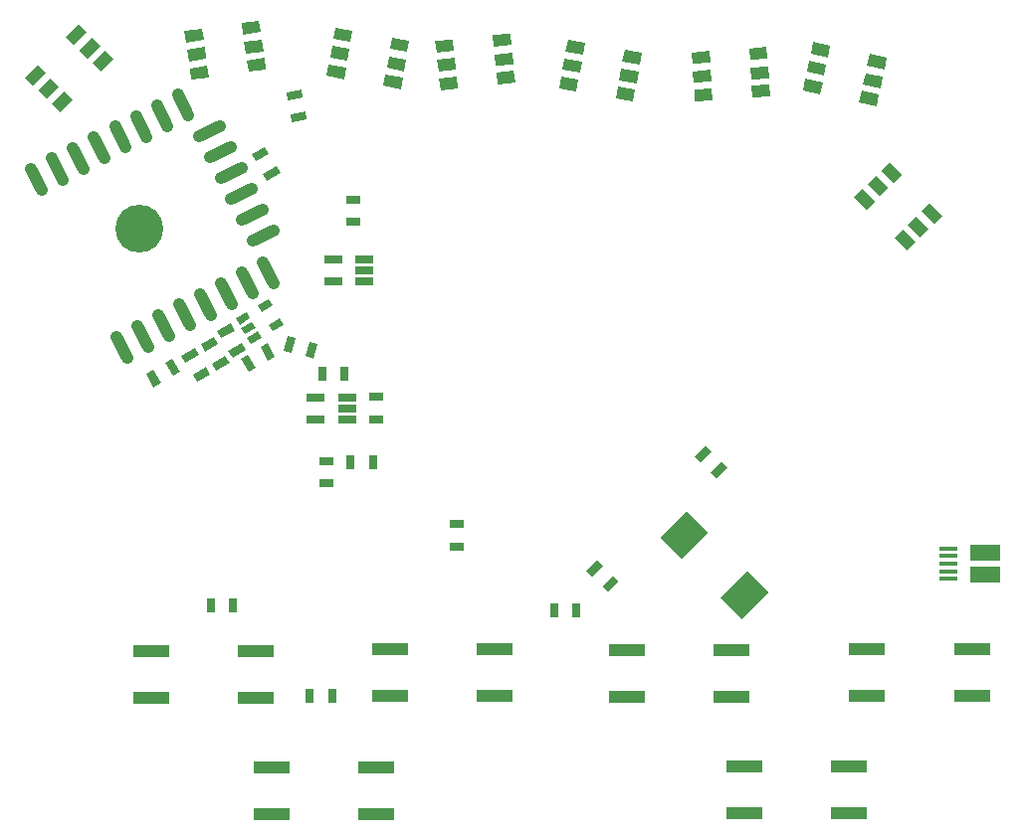
<source format=gtp>
G04 #@! TF.FileFunction,Paste,Top*
%FSLAX46Y46*%
G04 Gerber Fmt 4.6, Leading zero omitted, Abs format (unit mm)*
G04 Created by KiCad (PCBNEW 4.0.2+dfsg1-stable) date Thu 12 Apr 2018 12:39:55 PM EDT*
%MOMM*%
G01*
G04 APERTURE LIST*
%ADD10C,0.100000*%
%ADD11C,4.064000*%
%ADD12R,0.700000X1.300000*%
%ADD13R,1.300000X0.700000*%
%ADD14C,1.000000*%
%ADD15R,1.560000X0.650000*%
%ADD16R,3.100000X1.000000*%
%ADD17R,1.650000X0.400000*%
%ADD18R,2.500000X1.430000*%
G04 APERTURE END LIST*
D10*
D11*
X101080000Y-50100000D03*
D12*
X116590000Y-62410000D03*
X118490000Y-62410000D03*
D10*
G36*
X106287083Y-59919167D02*
X107412917Y-59269167D01*
X107762917Y-59875385D01*
X106637083Y-60525385D01*
X106287083Y-59919167D01*
X106287083Y-59919167D01*
G37*
G36*
X107237083Y-61564615D02*
X108362917Y-60914615D01*
X108712917Y-61520833D01*
X107587083Y-62170833D01*
X107237083Y-61564615D01*
X107237083Y-61564615D01*
G37*
D12*
X119020000Y-70000000D03*
X120920000Y-70000000D03*
D13*
X121170000Y-64400000D03*
X121170000Y-66300000D03*
D10*
G36*
X113032917Y-45340833D02*
X111907083Y-45990833D01*
X111557083Y-45384615D01*
X112682917Y-44734615D01*
X113032917Y-45340833D01*
X113032917Y-45340833D01*
G37*
G36*
X112082917Y-43695385D02*
X110957083Y-44345385D01*
X110607083Y-43739167D01*
X111732917Y-43089167D01*
X112082917Y-43695385D01*
X112082917Y-43695385D01*
G37*
D13*
X119220000Y-49510000D03*
X119220000Y-47610000D03*
D14*
X100012894Y-61041031D02*
X99104914Y-59259017D01*
X101794907Y-60133050D02*
X100886927Y-58351036D01*
X103576921Y-59225069D02*
X102668941Y-57443055D01*
X105358934Y-58317088D02*
X104450954Y-56535074D01*
X107140947Y-57409107D02*
X106232967Y-55627093D01*
X108922960Y-56501126D02*
X108014980Y-54719112D01*
X110704973Y-55593145D02*
X109796993Y-53811131D01*
X112486986Y-54685164D02*
X111579006Y-52903150D01*
X112453038Y-50213157D02*
X110671024Y-51121137D01*
X111545057Y-48431144D02*
X109763043Y-49339124D01*
X110637076Y-46649131D02*
X108855062Y-47557111D01*
X109729095Y-44867117D02*
X107947081Y-45775097D01*
X108821114Y-43085104D02*
X107039100Y-43993084D01*
X107913133Y-41303091D02*
X106131119Y-42211071D01*
X104315158Y-38647045D02*
X105223138Y-40429059D01*
X102533145Y-39555026D02*
X103441125Y-41337040D01*
X100751132Y-40463007D02*
X101659112Y-42245021D01*
X98969119Y-41370988D02*
X99877099Y-43153002D01*
X97187106Y-42278969D02*
X98095086Y-44060983D01*
X95405093Y-43186950D02*
X96313073Y-44968964D01*
X93623079Y-44094931D02*
X94531059Y-45876945D01*
X91841066Y-45002912D02*
X92749046Y-46784926D01*
D10*
G36*
X116203936Y-59868613D02*
X115867472Y-61124316D01*
X115191324Y-60943143D01*
X115527788Y-59687440D01*
X116203936Y-59868613D01*
X116203936Y-59868613D01*
G37*
G36*
X114368676Y-59376857D02*
X114032212Y-60632560D01*
X113356064Y-60451387D01*
X113692528Y-59195684D01*
X114368676Y-59376857D01*
X114368676Y-59376857D01*
G37*
G36*
X115275868Y-40787378D02*
X113995618Y-41013121D01*
X113874064Y-40323756D01*
X115154314Y-40098013D01*
X115275868Y-40787378D01*
X115275868Y-40787378D01*
G37*
G36*
X114945936Y-38916244D02*
X113665686Y-39141987D01*
X113544132Y-38452622D01*
X114824382Y-38226879D01*
X114945936Y-38916244D01*
X114945936Y-38916244D01*
G37*
D12*
X136320000Y-82600000D03*
X138220000Y-82600000D03*
D13*
X116960000Y-69840000D03*
X116960000Y-71740000D03*
X128020000Y-77150000D03*
X128020000Y-75250000D03*
D15*
X118720000Y-66320000D03*
X118720000Y-65370000D03*
X118720000Y-64420000D03*
X116020000Y-64420000D03*
X116020000Y-66320000D03*
X120210000Y-54590000D03*
X120210000Y-53640000D03*
X120210000Y-52690000D03*
X117510000Y-52690000D03*
X117510000Y-54590000D03*
D10*
G36*
X98100559Y-34905076D02*
X98807665Y-35612182D01*
X97747005Y-36672842D01*
X97039899Y-35965736D01*
X98100559Y-34905076D01*
X98100559Y-34905076D01*
G37*
G36*
X97004544Y-33809061D02*
X97711650Y-34516167D01*
X96650990Y-35576827D01*
X95943884Y-34869721D01*
X97004544Y-33809061D01*
X97004544Y-33809061D01*
G37*
G36*
X95837818Y-32642335D02*
X96544924Y-33349441D01*
X95484264Y-34410101D01*
X94777158Y-33702995D01*
X95837818Y-32642335D01*
X95837818Y-32642335D01*
G37*
G36*
X92372995Y-36107158D02*
X93080101Y-36814264D01*
X92019441Y-37874924D01*
X91312335Y-37167818D01*
X92372995Y-36107158D01*
X92372995Y-36107158D01*
G37*
G36*
X93504365Y-37238529D02*
X94211471Y-37945635D01*
X93150811Y-39006295D01*
X92443705Y-38299189D01*
X93504365Y-37238529D01*
X93504365Y-37238529D01*
G37*
G36*
X94635736Y-38369899D02*
X95342842Y-39077005D01*
X94282182Y-40137665D01*
X93575076Y-39430559D01*
X94635736Y-38369899D01*
X94635736Y-38369899D01*
G37*
G36*
X111671949Y-35513941D02*
X111811122Y-36504209D01*
X110325719Y-36712969D01*
X110186546Y-35722701D01*
X111671949Y-35513941D01*
X111671949Y-35513941D01*
G37*
G36*
X111456230Y-33979025D02*
X111595403Y-34969293D01*
X110110000Y-35178053D01*
X109970827Y-34187785D01*
X111456230Y-33979025D01*
X111456230Y-33979025D01*
G37*
G36*
X111226595Y-32345083D02*
X111365768Y-33335351D01*
X109880365Y-33544111D01*
X109741192Y-32553843D01*
X111226595Y-32345083D01*
X111226595Y-32345083D01*
G37*
G36*
X106374281Y-33027031D02*
X106513454Y-34017299D01*
X105028051Y-34226059D01*
X104888878Y-33235791D01*
X106374281Y-33027031D01*
X106374281Y-33027031D01*
G37*
G36*
X106596958Y-34611460D02*
X106736131Y-35601728D01*
X105250728Y-35810488D01*
X105111555Y-34820220D01*
X106596958Y-34611460D01*
X106596958Y-34611460D01*
G37*
G36*
X106819635Y-36195889D02*
X106958808Y-37186157D01*
X105473405Y-37394917D01*
X105334232Y-36404649D01*
X106819635Y-36195889D01*
X106819635Y-36195889D01*
G37*
G36*
X123470372Y-37188962D02*
X123296724Y-38173770D01*
X121819512Y-37913298D01*
X121993160Y-36928490D01*
X123470372Y-37188962D01*
X123470372Y-37188962D01*
G37*
G36*
X123739527Y-35662510D02*
X123565879Y-36647318D01*
X122088667Y-36386846D01*
X122262315Y-35402038D01*
X123739527Y-35662510D01*
X123739527Y-35662510D01*
G37*
G36*
X124026046Y-34037578D02*
X123852398Y-35022386D01*
X122375186Y-34761914D01*
X122548834Y-33777106D01*
X124026046Y-34037578D01*
X124026046Y-34037578D01*
G37*
G36*
X119200488Y-33186702D02*
X119026840Y-34171510D01*
X117549628Y-33911038D01*
X117723276Y-32926230D01*
X119200488Y-33186702D01*
X119200488Y-33186702D01*
G37*
G36*
X118922651Y-34762394D02*
X118749003Y-35747202D01*
X117271791Y-35486730D01*
X117445439Y-34501922D01*
X118922651Y-34762394D01*
X118922651Y-34762394D01*
G37*
G36*
X118644814Y-36338086D02*
X118471166Y-37322894D01*
X116993954Y-37062422D01*
X117167602Y-36077614D01*
X118644814Y-36338086D01*
X118644814Y-36338086D01*
G37*
G36*
X132917451Y-36609483D02*
X133021980Y-37604005D01*
X131530197Y-37760797D01*
X131425668Y-36766275D01*
X132917451Y-36609483D01*
X132917451Y-36609483D01*
G37*
G36*
X132755432Y-35067974D02*
X132859961Y-36062496D01*
X131368178Y-36219288D01*
X131263649Y-35224766D01*
X132755432Y-35067974D01*
X132755432Y-35067974D01*
G37*
G36*
X132582960Y-33427013D02*
X132687489Y-34421535D01*
X131195706Y-34578327D01*
X131091177Y-33583805D01*
X132582960Y-33427013D01*
X132582960Y-33427013D01*
G37*
G36*
X127709803Y-33939203D02*
X127814332Y-34933725D01*
X126322549Y-35090517D01*
X126218020Y-34095995D01*
X127709803Y-33939203D01*
X127709803Y-33939203D01*
G37*
G36*
X127877048Y-35530438D02*
X127981577Y-36524960D01*
X126489794Y-36681752D01*
X126385265Y-35687230D01*
X127877048Y-35530438D01*
X127877048Y-35530438D01*
G37*
G36*
X128044294Y-37121673D02*
X128148823Y-38116195D01*
X126657040Y-38272987D01*
X126552511Y-37278465D01*
X128044294Y-37121673D01*
X128044294Y-37121673D01*
G37*
G36*
X143240372Y-38248962D02*
X143066724Y-39233770D01*
X141589512Y-38973298D01*
X141763160Y-37988490D01*
X143240372Y-38248962D01*
X143240372Y-38248962D01*
G37*
G36*
X143509527Y-36722510D02*
X143335879Y-37707318D01*
X141858667Y-37446846D01*
X142032315Y-36462038D01*
X143509527Y-36722510D01*
X143509527Y-36722510D01*
G37*
G36*
X143796046Y-35097578D02*
X143622398Y-36082386D01*
X142145186Y-35821914D01*
X142318834Y-34837106D01*
X143796046Y-35097578D01*
X143796046Y-35097578D01*
G37*
G36*
X138970488Y-34246702D02*
X138796840Y-35231510D01*
X137319628Y-34971038D01*
X137493276Y-33986230D01*
X138970488Y-34246702D01*
X138970488Y-34246702D01*
G37*
G36*
X138692651Y-35822394D02*
X138519003Y-36807202D01*
X137041791Y-36546730D01*
X137215439Y-35561922D01*
X138692651Y-35822394D01*
X138692651Y-35822394D01*
G37*
G36*
X138414814Y-37398086D02*
X138241166Y-38382894D01*
X136763954Y-38122422D01*
X136937602Y-37137614D01*
X138414814Y-37398086D01*
X138414814Y-37398086D01*
G37*
G36*
X154638937Y-37794100D02*
X154708693Y-38791664D01*
X153212347Y-38896298D01*
X153142591Y-37898734D01*
X154638937Y-37794100D01*
X154638937Y-37794100D01*
G37*
G36*
X154530815Y-36247876D02*
X154600571Y-37245440D01*
X153104225Y-37350074D01*
X153034469Y-36352510D01*
X154530815Y-36247876D01*
X154530815Y-36247876D01*
G37*
G36*
X154415717Y-34601895D02*
X154485473Y-35599459D01*
X152989127Y-35704093D01*
X152919371Y-34706529D01*
X154415717Y-34601895D01*
X154415717Y-34601895D01*
G37*
G36*
X149527653Y-34943702D02*
X149597409Y-35941266D01*
X148101063Y-36045900D01*
X148031307Y-35048336D01*
X149527653Y-34943702D01*
X149527653Y-34943702D01*
G37*
G36*
X149639263Y-36539804D02*
X149709019Y-37537368D01*
X148212673Y-37642002D01*
X148142917Y-36644438D01*
X149639263Y-36539804D01*
X149639263Y-36539804D01*
G37*
G36*
X149750873Y-38135907D02*
X149820629Y-39133471D01*
X148324283Y-39238105D01*
X148254527Y-38240541D01*
X149750873Y-38135907D01*
X149750873Y-38135907D01*
G37*
G36*
X163961370Y-38646280D02*
X163753458Y-39624428D01*
X162286236Y-39312560D01*
X162494148Y-38334412D01*
X163961370Y-38646280D01*
X163961370Y-38646280D01*
G37*
G36*
X164283633Y-37130151D02*
X164075721Y-38108299D01*
X162608499Y-37796431D01*
X162816411Y-36818283D01*
X164283633Y-37130151D01*
X164283633Y-37130151D01*
G37*
G36*
X164626687Y-35516207D02*
X164418775Y-36494355D01*
X162951553Y-36182487D01*
X163159465Y-35204339D01*
X164626687Y-35516207D01*
X164626687Y-35516207D01*
G37*
G36*
X159833764Y-34497440D02*
X159625852Y-35475588D01*
X158158630Y-35163720D01*
X158366542Y-34185572D01*
X159833764Y-34497440D01*
X159833764Y-34497440D01*
G37*
G36*
X159501105Y-36062476D02*
X159293193Y-37040624D01*
X157825971Y-36728756D01*
X158033883Y-35750608D01*
X159501105Y-36062476D01*
X159501105Y-36062476D01*
G37*
G36*
X159168447Y-37627513D02*
X158960535Y-38605661D01*
X157493313Y-38293793D01*
X157701225Y-37315645D01*
X159168447Y-37627513D01*
X159168447Y-37627513D01*
G37*
G36*
X167104924Y-51200559D02*
X166397818Y-51907665D01*
X165337158Y-50847005D01*
X166044264Y-50139899D01*
X167104924Y-51200559D01*
X167104924Y-51200559D01*
G37*
G36*
X168200939Y-50104544D02*
X167493833Y-50811650D01*
X166433173Y-49750990D01*
X167140279Y-49043884D01*
X168200939Y-50104544D01*
X168200939Y-50104544D01*
G37*
G36*
X169367665Y-48937818D02*
X168660559Y-49644924D01*
X167599899Y-48584264D01*
X168307005Y-47877158D01*
X169367665Y-48937818D01*
X169367665Y-48937818D01*
G37*
G36*
X165902842Y-45472995D02*
X165195736Y-46180101D01*
X164135076Y-45119441D01*
X164842182Y-44412335D01*
X165902842Y-45472995D01*
X165902842Y-45472995D01*
G37*
G36*
X164771471Y-46604365D02*
X164064365Y-47311471D01*
X163003705Y-46250811D01*
X163710811Y-45543705D01*
X164771471Y-46604365D01*
X164771471Y-46604365D01*
G37*
G36*
X163640101Y-47735736D02*
X162932995Y-48442842D01*
X161872335Y-47382182D01*
X162579441Y-46675076D01*
X163640101Y-47735736D01*
X163640101Y-47735736D01*
G37*
D16*
X102055000Y-86040000D03*
X102055000Y-90040000D03*
X110965000Y-90040000D03*
X110965000Y-86040000D03*
X112275000Y-95930000D03*
X112275000Y-99930000D03*
X121185000Y-99930000D03*
X121185000Y-95930000D03*
X122335000Y-85870000D03*
X122335000Y-89870000D03*
X131245000Y-89870000D03*
X131245000Y-85870000D03*
X142535000Y-85930000D03*
X142535000Y-89930000D03*
X151445000Y-89930000D03*
X151445000Y-85930000D03*
X162955000Y-85860000D03*
X162955000Y-89860000D03*
X171865000Y-89860000D03*
X171865000Y-85860000D03*
X152515000Y-95840000D03*
X152515000Y-99840000D03*
X161425000Y-99840000D03*
X161425000Y-95840000D03*
D17*
X169860000Y-79900000D03*
X169860000Y-79250000D03*
X169860000Y-78600000D03*
X169860000Y-77950000D03*
X169860000Y-77300000D03*
D18*
X172980000Y-79560000D03*
X172980000Y-77640000D03*
D10*
G36*
X150474974Y-81467716D02*
X152737716Y-79204974D01*
X154576194Y-81043452D01*
X152313452Y-83306194D01*
X150474974Y-81467716D01*
X150474974Y-81467716D01*
G37*
G36*
X145383806Y-76376548D02*
X147646548Y-74113806D01*
X149485026Y-75952284D01*
X147222284Y-78215026D01*
X145383806Y-76376548D01*
X145383806Y-76376548D01*
G37*
G36*
X148281142Y-69450381D02*
X149200381Y-68531142D01*
X149695356Y-69026117D01*
X148776117Y-69945356D01*
X148281142Y-69450381D01*
X148281142Y-69450381D01*
G37*
G36*
X149624644Y-70793883D02*
X150543883Y-69874644D01*
X151038858Y-70369619D01*
X150119619Y-71288858D01*
X149624644Y-70793883D01*
X149624644Y-70793883D01*
G37*
D12*
X107120000Y-82140000D03*
X109020000Y-82140000D03*
X115560000Y-89840000D03*
X117460000Y-89840000D03*
D10*
G36*
X141808858Y-80089619D02*
X140889619Y-81008858D01*
X140394644Y-80513883D01*
X141313883Y-79594644D01*
X141808858Y-80089619D01*
X141808858Y-80089619D01*
G37*
G36*
X140465356Y-78746117D02*
X139546117Y-79665356D01*
X139051142Y-79170381D01*
X139970381Y-78251142D01*
X140465356Y-78746117D01*
X140465356Y-78746117D01*
G37*
G36*
X102259167Y-63572917D02*
X101609167Y-62447083D01*
X102215385Y-62097083D01*
X102865385Y-63222917D01*
X102259167Y-63572917D01*
X102259167Y-63572917D01*
G37*
G36*
X103904615Y-62622917D02*
X103254615Y-61497083D01*
X103860833Y-61147083D01*
X104510833Y-62272917D01*
X103904615Y-62622917D01*
X103904615Y-62622917D01*
G37*
G36*
X110092917Y-60400833D02*
X108967083Y-61050833D01*
X108617083Y-60444615D01*
X109742917Y-59794615D01*
X110092917Y-60400833D01*
X110092917Y-60400833D01*
G37*
G36*
X109142917Y-58755385D02*
X108017083Y-59405385D01*
X107667083Y-58799167D01*
X108792917Y-58149167D01*
X109142917Y-58755385D01*
X109142917Y-58755385D01*
G37*
G36*
X104627083Y-60879167D02*
X105752917Y-60229167D01*
X106102917Y-60835385D01*
X104977083Y-61485385D01*
X104627083Y-60879167D01*
X104627083Y-60879167D01*
G37*
G36*
X105577083Y-62524615D02*
X106702917Y-61874615D01*
X107052917Y-62480833D01*
X105927083Y-63130833D01*
X105577083Y-62524615D01*
X105577083Y-62524615D01*
G37*
G36*
X111940833Y-59827083D02*
X112590833Y-60952917D01*
X111984615Y-61302917D01*
X111334615Y-60177083D01*
X111940833Y-59827083D01*
X111940833Y-59827083D01*
G37*
G36*
X110295385Y-60777083D02*
X110945385Y-61902917D01*
X110339167Y-62252917D01*
X109689167Y-61127083D01*
X110295385Y-60777083D01*
X110295385Y-60777083D01*
G37*
G36*
X109555879Y-58253734D02*
X109230879Y-57690818D01*
X110148865Y-57160818D01*
X110473865Y-57723734D01*
X109555879Y-58253734D01*
X109555879Y-58253734D01*
G37*
G36*
X110030879Y-59076458D02*
X109705879Y-58513542D01*
X110623865Y-57983542D01*
X110948865Y-58546458D01*
X110030879Y-59076458D01*
X110030879Y-59076458D01*
G37*
G36*
X110505879Y-59899182D02*
X110180879Y-59336266D01*
X111098865Y-58806266D01*
X111423865Y-59369182D01*
X110505879Y-59899182D01*
X110505879Y-59899182D01*
G37*
G36*
X112411135Y-58799182D02*
X112086135Y-58236266D01*
X113004121Y-57706266D01*
X113329121Y-58269182D01*
X112411135Y-58799182D01*
X112411135Y-58799182D01*
G37*
G36*
X111461135Y-57153734D02*
X111136135Y-56590818D01*
X112054121Y-56060818D01*
X112379121Y-56623734D01*
X111461135Y-57153734D01*
X111461135Y-57153734D01*
G37*
M02*

</source>
